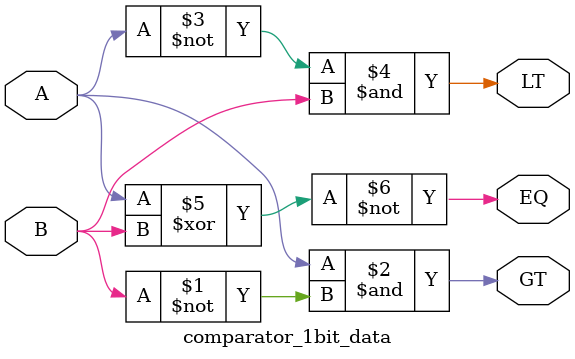
<source format=v>
/********************************************************************************************
Filename    :      comparator_1bit_data.v
Description :      1-bit Magnitude Comparator RTL
Author Name :      Sajeel Abid Parray
Language    :      Verilog HDL
Project     :      1-bit Magnitude Comparator (Data flow)
Date        :      01-December-2025
*********************************************************************************************/

module comparator_1bit_data (

input A, B,
output  GT, EQ, LT   );

assign GT = A & ~B;     
assign LT = ~A & B; 
assign EQ = ~(A ^ B);

endmodule
</source>
